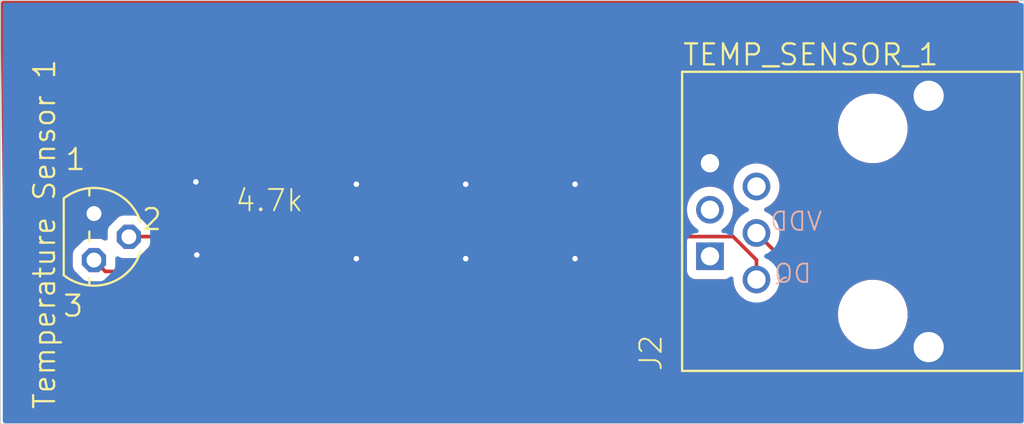
<source format=kicad_pcb>
(kicad_pcb (version 20221018) (generator pcbnew)
  (layers (0 "F.Cu" signal) (31 "B.Cu" signal) (34 "B.Paste" user) (35 "F.Paste" user) (36 "B.SilkS" user "B.Silkscreen") (37 "F.SilkS" user "F.Silkscreen") (38 "B.Mask" user) (39 "F.Mask" user) (44 "Edge.Cuts" user))
  (net 0 "")
  (net 1 "/GND")
  (net 2 "/DQ")
  (net 3 "/VDD")
  (footprint "AutoLoadbankFootprint:1734723-1_RJ11" (layer "F.Cu") (at 161.036 87.752 90)
    (fp_text reference "J2" (at -8.89 -5.08 90) (layer "F.SilkS") (effects (font (size 1.1684 1.1684) (thickness 0.1016)) (justify left bottom)))
    (fp_text value "6P6C" hide)
    (fp_line (start -8.8 -4.06) (end -8.8 14.48) (stroke (width 0.127)) (layer "F.SilkS"))
    (fp_line (start -8.8 -4.06) (end 7.53 -4.06) (stroke (width 0.127)) (layer "F.SilkS"))
    (fp_line (start -8.8 14.48) (end 7.53 14.48) (stroke (width 0.127)) (layer "F.SilkS"))
    (fp_line (start 7.53 -4.06) (end 7.53 14.48) (stroke (width 0.127)) (layer "F.SilkS"))
    (pad "" np_thru_hole circle (at -5.72 6.35 90) (size 3.3 3.3) (drill 3.3) (layers "*.Cu" "*.Mask"))
    (pad "" np_thru_hole circle (at 4.44 6.35 90) (size 3.3 3.3) (drill 3.3) (layers "*.Cu" "*.Mask"))
    (pad "1" thru_hole rect (at -2.54 -2.54 90) (size 1.508 1.508) (drill 1) (layers "*.Cu" "*.Mask"))
    (pad "2" thru_hole circle (at 0 -2.54 90) (size 1.508 1.508) (drill 1) (layers "*.Cu" "*.Mask"))
    (pad "3" thru_hole circle (at 2.54 -2.54 90) (size 1.508 1.508) (drill 1) (layers "*.Cu" "*.Mask") (net 1 "/GND"))
    (pad "4" thru_hole circle (at -3.81 0 90) (size 1.508 1.508) (drill 1) (layers "*.Cu" "*.Mask") (net 2 "/DQ"))
    (pad "5" thru_hole circle (at -1.27 0 90) (size 1.508 1.508) (drill 1) (layers "*.Cu" "*.Mask") (net 3 "/VDD"))
    (pad "6" thru_hole circle (at 1.27 0 90) (size 1.508 1.508) (drill 1) (layers "*.Cu" "*.Mask"))
    (pad "SH1" thru_hole circle (at -7.5 9.4 90) (size 2.475 2.475) (drill 1.65) (layers "*.Cu" "*.Mask") (net 1 "/GND"))
    (pad "SH2" thru_hole circle (at 6.22 9.4 90) (size 2.475 2.475) (drill 1.65) (layers "*.Cu" "*.Mask") (net 1 "/GND"))
  )
  (footprint "AutoLoadbankFootprint:TO92-3" (layer "F.Cu") (at 124.8664 89.2302 -90)
    (fp_text reference "U$1" hide)
    (fp_text value "Temperature Sensor 1" (at -9.779031 2.031979 90) (layer "F.SilkS") (effects (font (size 1.143 1.143) (thickness 0.127)) (justify right bottom)))
    (fp_text user "2" (at -0.2794 -3.7846) (layer "F.SilkS") (effects (font (size 1.143 1.143) (thickness 0.127)) (justify right bottom)))
    (fp_text user "3" (at 4.444969 0.507979) (layer "F.SilkS") (effects (font (size 1.143 1.143) (thickness 0.127)) (justify right bottom)))
    (fp_text user "1" (at -3.556031 0.380979) (layer "F.SilkS") (effects (font (size 1.143 1.143) (thickness 0.127)) (justify right bottom)))
    (fp_line (start -2.6549 0.254) (end -2.2537 0.254) (stroke (width 0.127)) (layer "F.SilkS"))
    (fp_line (start -2.0945 1.651) (end 2.0945 1.651) (stroke (width 0.127)) (layer "F.SilkS"))
    (fp_line (start -0.2863 0.254) (end 0.2863 0.254) (stroke (width 0.127)) (layer "F.SilkS"))
    (fp_line (start 2.2537 0.254) (end 2.6549 0.254) (stroke (width 0.127)) (layer "F.SilkS"))
    (fp_arc (start -2.6549 0.254) (mid -2.219001 -1.479566) (end -0.786299 -2.548501) (stroke (width 0.127)) (layer "F.SilkS"))
    (fp_arc (start -2.0946 1.651) (mid -2.475347 0.992847) (end -2.654901 0.254) (stroke (width 0.127)) (layer "F.SilkS"))
    (fp_arc (start 0.7863 -2.5484) (mid 2.546274 -0.793203) (end 2.094499 1.651) (stroke (width 0.127)) (layer "F.SilkS"))
    (pad "1" thru_hole roundrect (at -1.27 0 270) (size 1.3208 1.3208) (drill 0.8128) (layers "*.Cu" "*.Mask") (chamfer_ratio 0.2928932188) (chamfer top_left top_right bottom_left bottom_right) (net 1 "/GND"))
    (pad "2" thru_hole roundrect (at 0 -1.905 270) (size 1.3208 1.3208) (drill 0.8128) (layers "*.Cu" "*.Mask") (chamfer_ratio 0.2928932188) (chamfer top_left top_right bottom_left bottom_right) (net 2 "/DQ"))
    (pad "3" thru_hole roundrect (at 1.27 0 270) (size 1.3208 1.3208) (drill 0.8128) (layers "*.Cu" "*.Mask") (chamfer_ratio 0.2928932188) (chamfer top_left top_right bottom_left bottom_right) (net 3 "/VDD"))
  )
  (footprint "AutoLoadbankFootprint:R0805" (layer "F.Cu") (at 134.112 90.17 -90)
    (fp_text reference "4.7k" (at -2.2352 1.6002) (layer "F.SilkS") (effects (font (size 1.1684 1.1684) (thickness 0.1016)) (justify left bottom)))
    (fp_text value "R" hide)
    (pad "1" smd rect (at -0.95 0 270) (size 1.3 1.5) (layers "F.Cu" "F.Paste" "F.Mask") (net 2 "/DQ"))
    (pad "2" smd rect (at 0.95 0 270) (size 1.3 1.5) (layers "F.Cu" "F.Paste" "F.Mask") (net 3 "/VDD"))
  )
  (gr_rect (start 119.761 76.327) (end 175.641 99.441) (stroke (width 0.05)) (fill none) (layer "Edge.Cuts"))
  (gr_text "VDD" (at 164.6936 88.9762) (layer "B.SilkS") (effects (font (size 1 1) (thickness 0.1)) (justify left bottom mirror)))
  (gr_text "DQ" (at 164.1094 91.821) (layer "B.SilkS") (effects (font (size 1 1) (thickness 0.1)) (justify left bottom mirror)))
  (gr_text "TEMP_SENSOR_1\n" (at 156.9466 79.9592) (layer "F.SilkS") (effects (font (size 1.143 1.143) (thickness 0.127)) (justify left bottom)))
  (via (at 139.192 86.36) (size 0.6) (drill 0.3) (layers "F.Cu" "B.Cu") (net 1))
  (via (at 145.161 86.36) (size 0.6) (drill 0.3) (layers "F.Cu" "B.Cu") (net 1))
  (via (at 151.13 90.424) (size 0.6) (drill 0.3) (layers "F.Cu" "B.Cu") (net 1))
  (via (at 139.192 90.424) (size 0.6) (drill 0.3) (layers "F.Cu" "B.Cu") (net 1))
  (via (at 151.13 86.36) (size 0.6) (drill 0.3) (layers "F.Cu" "B.Cu") (net 1))
  (via (at 130.4798 90.2208) (size 0.6) (drill 0.3) (layers "F.Cu" "B.Cu") (net 1))
  (via (at 130.429 86.233) (size 0.6) (drill 0.3) (layers "F.Cu" "B.Cu") (net 1))
  (via (at 145.161 90.424) (size 0.6) (drill 0.3) (layers "F.Cu" "B.Cu") (net 1))
  (segment (start 159.760317 89.22) (end 134.112 89.22) (width 0.2) (layer "F.Cu") (net 2))
  (segment (start 161.036 91.562) (end 161.036 90.495683) (width 0.2) (layer "F.Cu") (net 2))
  (segment (start 134.112 89.22) (end 126.7816 89.22) (width 0.2) (layer "F.Cu") (net 2))
  (segment (start 126.7816 89.22) (end 126.7714 89.2302) (width 0.2) (layer "F.Cu") (net 2))
  (segment (start 161.036 90.495683) (end 159.760317 89.22) (width 0.2) (layer "F.Cu") (net 2))
  (segment (start 162.56 90.546) (end 162.56 91.948) (width 0.2) (layer "F.Cu") (net 3))
  (segment (start 125.4862 91.12) (end 124.8664 90.5002) (width 0.2) (layer "F.Cu") (net 3))
  (segment (start 161.036 89.022) (end 162.56 90.546) (width 0.2) (layer "F.Cu") (net 3))
  (segment (start 162.56 91.948) (end 161.036 93.472) (width 0.2) (layer "F.Cu") (net 3))
  (segment (start 161.036 93.472) (end 136.464 93.472) (width 0.2) (layer "F.Cu") (net 3))
  (segment (start 136.464 93.472) (end 134.112 91.12) (width 0.2) (layer "F.Cu") (net 3))
  (segment (start 134.112 91.12) (end 125.4862 91.12) (width 0.2) (layer "F.Cu") (net 3))
  (zone (net 1) (net_name "/GND") (layer "F.Cu") (priority 1) (connect_pads yes (clearance 0.5)) (min_thickness 0.25) (fill yes (thermal_gap 0.5) (thermal_bridge_width 0.5))
    (polygon (pts (xy 119.761 76.327) (xy 175.387 76.327) (xy 175.514 99.314) (xy 120.015 99.314)))
  )
  (zone (net 1) (net_name "/GND") (layer "B.Cu") (connect_pads yes (clearance 0.5)) (min_thickness 0.25) (fill yes (thermal_gap 0.5) (thermal_bridge_width 0.5))
    (polygon (pts (xy 119.888 76.454) (xy 175.641 76.454) (xy 175.641 99.441) (xy 119.888 99.441)))
  )
)
</source>
